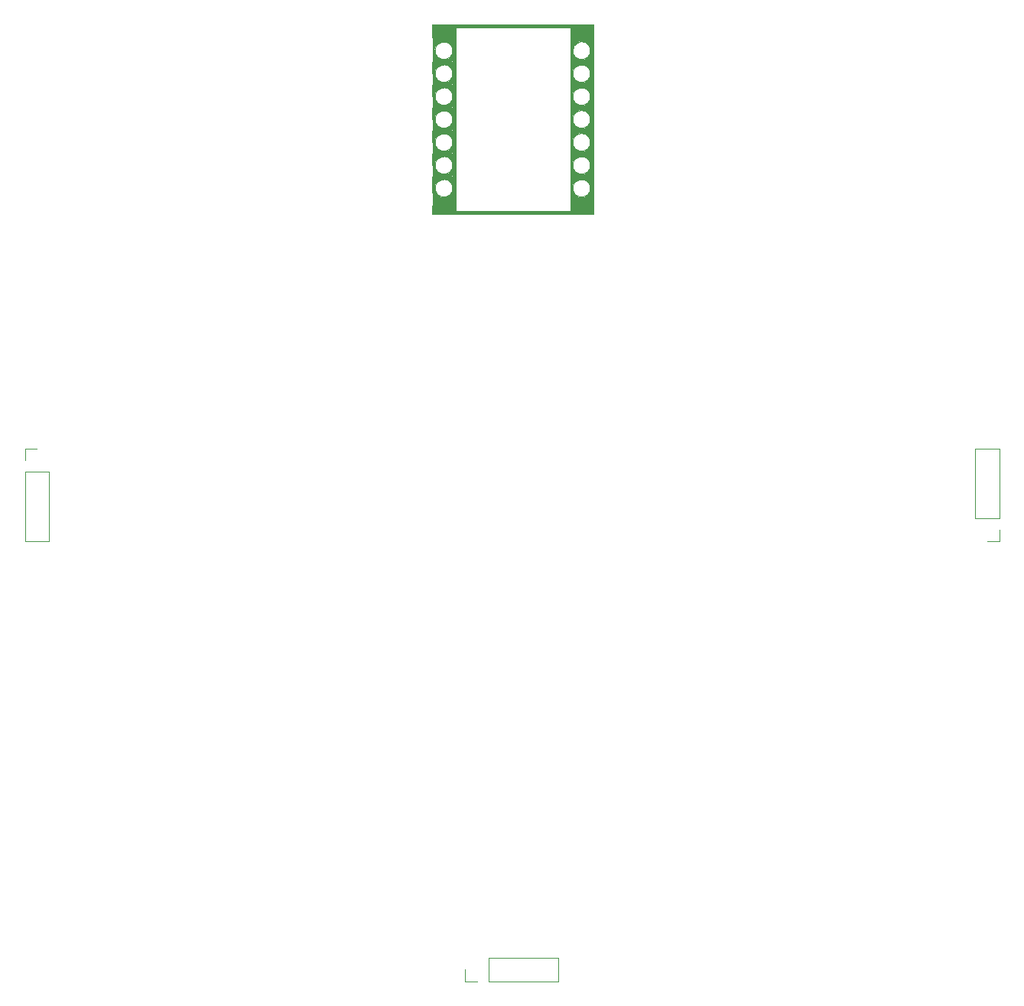
<source format=gbr>
%TF.GenerationSoftware,KiCad,Pcbnew,7.0.9*%
%TF.CreationDate,2024-06-22T14:18:39+09:00*%
%TF.ProjectId,Center_Line,43656e74-6572-45f4-9c69-6e652e6b6963,rev?*%
%TF.SameCoordinates,PX914aa10PY60e6338*%
%TF.FileFunction,Legend,Top*%
%TF.FilePolarity,Positive*%
%FSLAX46Y46*%
G04 Gerber Fmt 4.6, Leading zero omitted, Abs format (unit mm)*
G04 Created by KiCad (PCBNEW 7.0.9) date 2024-06-22 14:18:39*
%MOMM*%
%LPD*%
G01*
G04 APERTURE LIST*
%ADD10C,0.120000*%
%ADD11C,0.100000*%
G04 APERTURE END LIST*
D10*
%TO.C,J4*%
X-5155400Y-53927200D02*
X-5155400Y-52597200D01*
X-3825400Y-53927200D02*
X-5155400Y-53927200D01*
X-2555400Y-53927200D02*
X5124600Y-53927200D01*
X-2555400Y-53927200D02*
X-2555400Y-51267200D01*
X5124600Y-53927200D02*
X5124600Y-51267200D01*
X-2555400Y-51267200D02*
X5124600Y-51267200D01*
%TO.C,J3*%
X53958800Y-5200000D02*
X52628800Y-5200000D01*
X53958800Y-3870000D02*
X53958800Y-5200000D01*
X53958800Y-2600000D02*
X53958800Y5080000D01*
X53958800Y-2600000D02*
X51298800Y-2600000D01*
X53958800Y5080000D02*
X51298800Y5080000D01*
X51298800Y-2600000D02*
X51298800Y5080000D01*
%TO.C,U2*%
X-8788400Y52076200D02*
X8991600Y52076200D01*
X-8788400Y31070400D02*
X-8788400Y52076200D01*
X-6248400Y31070400D02*
X-6248400Y52076200D01*
X6451600Y52050800D02*
X6451600Y31083100D01*
D11*
X6451600Y31083100D02*
X-6260139Y31064929D01*
D10*
X8991600Y52076200D02*
X8991600Y31070400D01*
X8991600Y31070400D02*
X-8788400Y31070400D01*
D11*
X6426200Y51771400D02*
X-6248400Y51771400D01*
X-6248400Y51771400D02*
X-6248400Y52063500D01*
X-6248400Y52063500D02*
X6426200Y52063500D01*
X6426200Y52063500D02*
X6426200Y51771400D01*
X6451600Y31083100D02*
X-6223000Y31083100D01*
X-6223000Y31083100D02*
X-6223000Y31375200D01*
X-6223000Y31375200D02*
X6451600Y31375200D01*
X6451600Y31375200D02*
X6451600Y31083100D01*
X-6552866Y49180266D02*
G75*
G03*
X-6552866Y49180266I-965534J0D01*
G01*
X-6552866Y46640266D02*
G75*
G03*
X-6552866Y46640266I-965534J0D01*
G01*
X-6552866Y44100266D02*
G75*
G03*
X-6552866Y44100266I-965534J0D01*
G01*
X-6552866Y41560266D02*
G75*
G03*
X-6552866Y41560266I-965534J0D01*
G01*
X-6552866Y39020266D02*
G75*
G03*
X-6552866Y39020266I-965534J0D01*
G01*
X-6552866Y36480266D02*
G75*
G03*
X-6552866Y36480266I-965534J0D01*
G01*
X-6552866Y33940266D02*
G75*
G03*
X-6552866Y33940266I-965534J0D01*
G01*
X8687134Y49180266D02*
G75*
G03*
X8687134Y49180266I-965534J0D01*
G01*
X8687134Y46640266D02*
G75*
G03*
X8687134Y46640266I-965534J0D01*
G01*
X8687134Y44100266D02*
G75*
G03*
X8687134Y44100266I-965534J0D01*
G01*
X8687134Y41560266D02*
G75*
G03*
X8687134Y41560266I-965534J0D01*
G01*
X8687134Y39020266D02*
G75*
G03*
X8687134Y39020266I-965534J0D01*
G01*
X8687134Y33940600D02*
G75*
G03*
X8687134Y33940600I-965534J0D01*
G01*
X8687468Y36480600D02*
G75*
G03*
X8687468Y36480600I-965534J0D01*
G01*
X6426200Y52063500D02*
X6426200Y51771400D01*
X-6248400Y51771400D01*
X-6260139Y52070729D01*
X6426200Y52063500D01*
G36*
X6426200Y52063500D02*
G01*
X6426200Y51771400D01*
X-6248400Y51771400D01*
X-6260139Y52070729D01*
X6426200Y52063500D01*
G37*
X6451600Y31083100D02*
X-6223000Y31083100D01*
X-6223000Y31375200D01*
X6451600Y31375200D01*
X6451600Y31083100D01*
G36*
X6451600Y31083100D02*
G01*
X-6223000Y31083100D01*
X-6223000Y31375200D01*
X6451600Y31375200D01*
X6451600Y31083100D01*
G37*
X-8495673Y33934795D02*
X-8495339Y33706529D01*
X-8419139Y33503329D01*
X-8342939Y33350929D01*
X-8088939Y33122329D01*
X-7885739Y32969929D01*
X-8774739Y32969929D01*
X-8800139Y33935129D01*
X-8495673Y33934795D01*
G36*
X-8495673Y33934795D02*
G01*
X-8495339Y33706529D01*
X-8419139Y33503329D01*
X-8342939Y33350929D01*
X-8088939Y33122329D01*
X-7885739Y32969929D01*
X-8774739Y32969929D01*
X-8800139Y33935129D01*
X-8495673Y33934795D01*
G37*
X6756066Y33940266D02*
X6756400Y33712000D01*
X6832600Y33508800D01*
X6908800Y33356400D01*
X7162800Y33127800D01*
X7366000Y32975400D01*
X6477000Y32975400D01*
X6451600Y33940600D01*
X6756066Y33940266D01*
G36*
X6756066Y33940266D02*
G01*
X6756400Y33712000D01*
X6832600Y33508800D01*
X6908800Y33356400D01*
X7162800Y33127800D01*
X7366000Y32975400D01*
X6477000Y32975400D01*
X6451600Y33940600D01*
X6756066Y33940266D01*
G37*
X-8495673Y44120195D02*
X-8495339Y43891929D01*
X-8393739Y43612529D01*
X-8190539Y43358529D01*
X-7758739Y43129929D01*
X-7276139Y43129929D01*
X-6895139Y43333129D01*
X-6564939Y43790329D01*
X-6590339Y41986929D01*
X-6945939Y42418729D01*
X-7403139Y42545729D01*
X-7733339Y42545729D01*
X-8139739Y42367929D01*
X-8342939Y42164729D01*
X-8469939Y41910729D01*
X-8495673Y41580195D01*
X-8800139Y41580529D01*
X-8774739Y44120529D01*
X-8495673Y44120195D01*
G36*
X-8495673Y44120195D02*
G01*
X-8495339Y43891929D01*
X-8393739Y43612529D01*
X-8190539Y43358529D01*
X-7758739Y43129929D01*
X-7276139Y43129929D01*
X-6895139Y43333129D01*
X-6564939Y43790329D01*
X-6590339Y41986929D01*
X-6945939Y42418729D01*
X-7403139Y42545729D01*
X-7733339Y42545729D01*
X-8139739Y42367929D01*
X-8342939Y42164729D01*
X-8469939Y41910729D01*
X-8495673Y41580195D01*
X-8800139Y41580529D01*
X-8774739Y44120529D01*
X-8495673Y44120195D01*
G37*
X-8495673Y49174795D02*
X-8495339Y48946529D01*
X-8393739Y48667129D01*
X-8190539Y48413129D01*
X-7758739Y48184529D01*
X-7276139Y48184529D01*
X-6895139Y48387729D01*
X-6564939Y48844929D01*
X-6590339Y47041529D01*
X-6590339Y47066929D01*
X-6945939Y47498729D01*
X-7403139Y47656600D01*
X-7733339Y47625729D01*
X-8139739Y47447929D01*
X-8342939Y47219329D01*
X-8469939Y46965329D01*
X-8495673Y46634795D01*
X-8800139Y46635129D01*
X-8774739Y49175129D01*
X-8495673Y49174795D01*
G36*
X-8495673Y49174795D02*
G01*
X-8495339Y48946529D01*
X-8393739Y48667129D01*
X-8190539Y48413129D01*
X-7758739Y48184529D01*
X-7276139Y48184529D01*
X-6895139Y48387729D01*
X-6564939Y48844929D01*
X-6590339Y47041529D01*
X-6590339Y47066929D01*
X-6945939Y47498729D01*
X-7403139Y47656600D01*
X-7733339Y47625729D01*
X-8139739Y47447929D01*
X-8342939Y47219329D01*
X-8469939Y46965329D01*
X-8495673Y46634795D01*
X-8800139Y46635129D01*
X-8774739Y49175129D01*
X-8495673Y49174795D01*
G37*
X-8495673Y46634795D02*
X-8495339Y46406529D01*
X-8393739Y46127129D01*
X-8190539Y45873129D01*
X-7758739Y45644529D01*
X-7276139Y45644529D01*
X-6895139Y45847729D01*
X-6564939Y46304929D01*
X-6590339Y44501529D01*
X-6590339Y44552329D01*
X-6945939Y44984129D01*
X-7391400Y45091200D01*
X-7758739Y45085729D01*
X-8165139Y44907929D01*
X-8342939Y44679329D01*
X-8469939Y44425329D01*
X-8495673Y44094795D01*
X-8800139Y44095129D01*
X-8774739Y46635129D01*
X-8495673Y46634795D01*
G36*
X-8495673Y46634795D02*
G01*
X-8495339Y46406529D01*
X-8393739Y46127129D01*
X-8190539Y45873129D01*
X-7758739Y45644529D01*
X-7276139Y45644529D01*
X-6895139Y45847729D01*
X-6564939Y46304929D01*
X-6590339Y44501529D01*
X-6590339Y44552329D01*
X-6945939Y44984129D01*
X-7391400Y45091200D01*
X-7758739Y45085729D01*
X-8165139Y44907929D01*
X-8342939Y44679329D01*
X-8469939Y44425329D01*
X-8495673Y44094795D01*
X-8800139Y44095129D01*
X-8774739Y46635129D01*
X-8495673Y46634795D01*
G37*
X-8495673Y41580195D02*
X-8495339Y41351929D01*
X-8393739Y41072529D01*
X-8190539Y40818529D01*
X-7758739Y40589929D01*
X-7276139Y40589929D01*
X-6895139Y40793129D01*
X-6564939Y41250329D01*
X-6590339Y39446929D01*
X-6615739Y39472329D01*
X-6971339Y39904129D01*
X-7403139Y40005729D01*
X-7733339Y40005729D01*
X-8139739Y39827929D01*
X-8342939Y39624729D01*
X-8469939Y39370729D01*
X-8495673Y39040195D01*
X-8800139Y39040529D01*
X-8774739Y41580529D01*
X-8495673Y41580195D01*
G36*
X-8495673Y41580195D02*
G01*
X-8495339Y41351929D01*
X-8393739Y41072529D01*
X-8190539Y40818529D01*
X-7758739Y40589929D01*
X-7276139Y40589929D01*
X-6895139Y40793129D01*
X-6564939Y41250329D01*
X-6590339Y39446929D01*
X-6615739Y39472329D01*
X-6971339Y39904129D01*
X-7403139Y40005729D01*
X-7733339Y40005729D01*
X-8139739Y39827929D01*
X-8342939Y39624729D01*
X-8469939Y39370729D01*
X-8495673Y39040195D01*
X-8800139Y39040529D01*
X-8774739Y41580529D01*
X-8495673Y41580195D01*
G37*
X-8495673Y39014795D02*
X-8495339Y38786529D01*
X-8393739Y38507129D01*
X-8190539Y38253129D01*
X-7758739Y38024529D01*
X-7276139Y38024529D01*
X-6895139Y38227729D01*
X-6564939Y38684929D01*
X-6590339Y36881529D01*
X-6590339Y36906929D01*
X-6945939Y37338729D01*
X-7403139Y37496600D01*
X-7758739Y37465729D01*
X-8165139Y37287929D01*
X-8342939Y37059329D01*
X-8469939Y36805329D01*
X-8495673Y36474795D01*
X-8800139Y36475129D01*
X-8774739Y39015129D01*
X-8495673Y39014795D01*
G36*
X-8495673Y39014795D02*
G01*
X-8495339Y38786529D01*
X-8393739Y38507129D01*
X-8190539Y38253129D01*
X-7758739Y38024529D01*
X-7276139Y38024529D01*
X-6895139Y38227729D01*
X-6564939Y38684929D01*
X-6590339Y36881529D01*
X-6590339Y36906929D01*
X-6945939Y37338729D01*
X-7403139Y37496600D01*
X-7758739Y37465729D01*
X-8165139Y37287929D01*
X-8342939Y37059329D01*
X-8469939Y36805329D01*
X-8495673Y36474795D01*
X-8800139Y36475129D01*
X-8774739Y39015129D01*
X-8495673Y39014795D01*
G37*
X-8495673Y36474795D02*
X-8495339Y36246529D01*
X-8393739Y35967129D01*
X-8190539Y35713129D01*
X-7758739Y35484529D01*
X-7276139Y35484529D01*
X-6895139Y35687729D01*
X-6564939Y36144929D01*
X-6590339Y34341529D01*
X-6590339Y34366929D01*
X-6945939Y34798729D01*
X-7403139Y34931200D01*
X-7758739Y34925729D01*
X-8165139Y34747929D01*
X-8342939Y34519329D01*
X-8469939Y34265329D01*
X-8495673Y33934795D01*
X-8800139Y33935129D01*
X-8774739Y36475129D01*
X-8495673Y36474795D01*
G36*
X-8495673Y36474795D02*
G01*
X-8495339Y36246529D01*
X-8393739Y35967129D01*
X-8190539Y35713129D01*
X-7758739Y35484529D01*
X-7276139Y35484529D01*
X-6895139Y35687729D01*
X-6564939Y36144929D01*
X-6590339Y34341529D01*
X-6590339Y34366929D01*
X-6945939Y34798729D01*
X-7403139Y34931200D01*
X-7758739Y34925729D01*
X-8165139Y34747929D01*
X-8342939Y34519329D01*
X-8469939Y34265329D01*
X-8495673Y33934795D01*
X-8800139Y33935129D01*
X-8774739Y36475129D01*
X-8495673Y36474795D01*
G37*
X6756066Y49180266D02*
X6756400Y48952000D01*
X6858000Y48672600D01*
X7061200Y48418600D01*
X7493000Y48190000D01*
X7975600Y48190000D01*
X8356600Y48393200D01*
X8686800Y48850400D01*
X8661400Y47047000D01*
X8636000Y47047000D01*
X8280400Y47478800D01*
X7848600Y47605800D01*
X7518400Y47605800D01*
X7112000Y47428000D01*
X6908800Y47224800D01*
X6781800Y46970800D01*
X6756066Y46640266D01*
X6451600Y46640600D01*
X6477000Y49180600D01*
X6756066Y49180266D01*
G36*
X6756066Y49180266D02*
G01*
X6756400Y48952000D01*
X6858000Y48672600D01*
X7061200Y48418600D01*
X7493000Y48190000D01*
X7975600Y48190000D01*
X8356600Y48393200D01*
X8686800Y48850400D01*
X8661400Y47047000D01*
X8636000Y47047000D01*
X8280400Y47478800D01*
X7848600Y47605800D01*
X7518400Y47605800D01*
X7112000Y47428000D01*
X6908800Y47224800D01*
X6781800Y46970800D01*
X6756066Y46640266D01*
X6451600Y46640600D01*
X6477000Y49180600D01*
X6756066Y49180266D01*
G37*
X6756066Y46640266D02*
X6756400Y46412000D01*
X6858000Y46132600D01*
X7061200Y45878600D01*
X7493000Y45650000D01*
X7975600Y45650000D01*
X8356600Y45853200D01*
X8686800Y46310400D01*
X8661400Y44507000D01*
X8636000Y44507000D01*
X8280400Y44938800D01*
X7848600Y45065800D01*
X7518400Y45065800D01*
X7112000Y44888000D01*
X6908800Y44684800D01*
X6781800Y44430800D01*
X6756066Y44100266D01*
X6451600Y44100600D01*
X6477000Y46640600D01*
X6756066Y46640266D01*
G36*
X6756066Y46640266D02*
G01*
X6756400Y46412000D01*
X6858000Y46132600D01*
X7061200Y45878600D01*
X7493000Y45650000D01*
X7975600Y45650000D01*
X8356600Y45853200D01*
X8686800Y46310400D01*
X8661400Y44507000D01*
X8636000Y44507000D01*
X8280400Y44938800D01*
X7848600Y45065800D01*
X7518400Y45065800D01*
X7112000Y44888000D01*
X6908800Y44684800D01*
X6781800Y44430800D01*
X6756066Y44100266D01*
X6451600Y44100600D01*
X6477000Y46640600D01*
X6756066Y46640266D01*
G37*
X6756066Y44125666D02*
X6756400Y43897400D01*
X6858000Y43618000D01*
X7061200Y43364000D01*
X7493000Y43135400D01*
X7975600Y43135400D01*
X8356600Y43338600D01*
X8686800Y43795800D01*
X8661400Y41992400D01*
X8636000Y41992400D01*
X8280400Y42424200D01*
X7848600Y42551200D01*
X7518400Y42551200D01*
X7112000Y42373400D01*
X6908800Y42170200D01*
X6781800Y41916200D01*
X6756066Y41585666D01*
X6451600Y41586000D01*
X6477000Y44126000D01*
X6756066Y44125666D01*
G36*
X6756066Y44125666D02*
G01*
X6756400Y43897400D01*
X6858000Y43618000D01*
X7061200Y43364000D01*
X7493000Y43135400D01*
X7975600Y43135400D01*
X8356600Y43338600D01*
X8686800Y43795800D01*
X8661400Y41992400D01*
X8636000Y41992400D01*
X8280400Y42424200D01*
X7848600Y42551200D01*
X7518400Y42551200D01*
X7112000Y42373400D01*
X6908800Y42170200D01*
X6781800Y41916200D01*
X6756066Y41585666D01*
X6451600Y41586000D01*
X6477000Y44126000D01*
X6756066Y44125666D01*
G37*
X6756066Y41585666D02*
X6756400Y41357400D01*
X6858000Y41078000D01*
X7061200Y40824000D01*
X7493000Y40595400D01*
X7975600Y40595400D01*
X8356600Y40798600D01*
X8686800Y41255800D01*
X8661400Y39452400D01*
X8636000Y39452400D01*
X8280400Y39884200D01*
X7848600Y40011200D01*
X7518400Y40011200D01*
X7112000Y39833400D01*
X6908800Y39630200D01*
X6781800Y39376200D01*
X6756066Y39045666D01*
X6451600Y39046000D01*
X6477000Y41586000D01*
X6756066Y41585666D01*
G36*
X6756066Y41585666D02*
G01*
X6756400Y41357400D01*
X6858000Y41078000D01*
X7061200Y40824000D01*
X7493000Y40595400D01*
X7975600Y40595400D01*
X8356600Y40798600D01*
X8686800Y41255800D01*
X8661400Y39452400D01*
X8636000Y39452400D01*
X8280400Y39884200D01*
X7848600Y40011200D01*
X7518400Y40011200D01*
X7112000Y39833400D01*
X6908800Y39630200D01*
X6781800Y39376200D01*
X6756066Y39045666D01*
X6451600Y39046000D01*
X6477000Y41586000D01*
X6756066Y41585666D01*
G37*
X6756066Y39020266D02*
X6756400Y38792000D01*
X6858000Y38512600D01*
X7061200Y38258600D01*
X7493000Y38030000D01*
X7975600Y38030000D01*
X8356600Y38233200D01*
X8686800Y38690400D01*
X8661400Y36887000D01*
X8636000Y36887000D01*
X8280400Y37318800D01*
X7848600Y37445800D01*
X7518400Y37445800D01*
X7112000Y37268000D01*
X6908800Y37064800D01*
X6781800Y36810800D01*
X6756066Y36480266D01*
X6451600Y36480600D01*
X6477000Y39020600D01*
X6756066Y39020266D01*
G36*
X6756066Y39020266D02*
G01*
X6756400Y38792000D01*
X6858000Y38512600D01*
X7061200Y38258600D01*
X7493000Y38030000D01*
X7975600Y38030000D01*
X8356600Y38233200D01*
X8686800Y38690400D01*
X8661400Y36887000D01*
X8636000Y36887000D01*
X8280400Y37318800D01*
X7848600Y37445800D01*
X7518400Y37445800D01*
X7112000Y37268000D01*
X6908800Y37064800D01*
X6781800Y36810800D01*
X6756066Y36480266D01*
X6451600Y36480600D01*
X6477000Y39020600D01*
X6756066Y39020266D01*
G37*
X6756066Y36480266D02*
X6756400Y36252000D01*
X6858000Y35972600D01*
X7061200Y35718600D01*
X7493000Y35490000D01*
X7975600Y35490000D01*
X8356600Y35693200D01*
X8686800Y36150400D01*
X8661400Y34347000D01*
X8636000Y34347000D01*
X8280400Y34778800D01*
X7848600Y34905800D01*
X7518400Y34905800D01*
X7112000Y34728000D01*
X6908800Y34524800D01*
X6781800Y34270800D01*
X6756066Y33940266D01*
X6451600Y33940600D01*
X6477000Y36480600D01*
X6756066Y36480266D01*
G36*
X6756066Y36480266D02*
G01*
X6756400Y36252000D01*
X6858000Y35972600D01*
X7061200Y35718600D01*
X7493000Y35490000D01*
X7975600Y35490000D01*
X8356600Y35693200D01*
X8686800Y36150400D01*
X8661400Y34347000D01*
X8636000Y34347000D01*
X8280400Y34778800D01*
X7848600Y34905800D01*
X7518400Y34905800D01*
X7112000Y34728000D01*
X6908800Y34524800D01*
X6781800Y34270800D01*
X6756066Y33940266D01*
X6451600Y33940600D01*
X6477000Y36480600D01*
X6756066Y36480266D01*
G37*
X-6260139Y52070729D02*
X-6260139Y31064929D01*
X-8800139Y31077629D01*
X-8774739Y32969929D01*
X-7530139Y32969595D01*
X-7276139Y32969929D01*
X-6869739Y33173129D01*
X-6590339Y33554129D01*
X-6539205Y33935129D01*
X-6564271Y36475129D01*
X-6564605Y39014795D01*
X-6564605Y46634795D01*
X-6539539Y49022729D01*
X-6539539Y49505329D01*
X-6844339Y49987929D01*
X-7276139Y50165729D01*
X-7758739Y50165729D01*
X-8114339Y49962529D01*
X-8444539Y49683129D01*
X-8546473Y49174795D01*
X-8774739Y49175129D01*
X-8800139Y52083429D01*
X-6260139Y52070729D01*
G36*
X-6260139Y52070729D02*
G01*
X-6260139Y31064929D01*
X-8800139Y31077629D01*
X-8774739Y32969929D01*
X-7530139Y32969595D01*
X-7276139Y32969929D01*
X-6869739Y33173129D01*
X-6590339Y33554129D01*
X-6539205Y33935129D01*
X-6564271Y36475129D01*
X-6564605Y39014795D01*
X-6564605Y46634795D01*
X-6539539Y49022729D01*
X-6539539Y49505329D01*
X-6844339Y49987929D01*
X-7276139Y50165729D01*
X-7758739Y50165729D01*
X-8114339Y49962529D01*
X-8444539Y49683129D01*
X-8546473Y49174795D01*
X-8774739Y49175129D01*
X-8800139Y52083429D01*
X-6260139Y52070729D01*
G37*
X8991600Y31070400D02*
X6451600Y31083100D01*
X6477000Y32975400D01*
X7721600Y32975066D01*
X7975600Y32975400D01*
X8382000Y33178600D01*
X8636000Y33559600D01*
X8687134Y33940600D01*
X8687468Y36480600D01*
X8687134Y39020266D01*
X8687134Y46640266D01*
X8712200Y49028200D01*
X8686800Y49460000D01*
X8382000Y49942600D01*
X7975600Y50171200D01*
X7493000Y50171200D01*
X7137400Y49968000D01*
X6807200Y49688600D01*
X6705266Y49180266D01*
X6477000Y49180600D01*
X6451600Y52050800D01*
X8991600Y52076200D01*
X8991600Y31070400D01*
G36*
X8991600Y31070400D02*
G01*
X6451600Y31083100D01*
X6477000Y32975400D01*
X7721600Y32975066D01*
X7975600Y32975400D01*
X8382000Y33178600D01*
X8636000Y33559600D01*
X8687134Y33940600D01*
X8687468Y36480600D01*
X8687134Y39020266D01*
X8687134Y46640266D01*
X8712200Y49028200D01*
X8686800Y49460000D01*
X8382000Y49942600D01*
X7975600Y50171200D01*
X7493000Y50171200D01*
X7137400Y49968000D01*
X6807200Y49688600D01*
X6705266Y49180266D01*
X6477000Y49180600D01*
X6451600Y52050800D01*
X8991600Y52076200D01*
X8991600Y31070400D01*
G37*
D10*
%TO.C,J2*%
X-53908000Y5120800D02*
X-52578000Y5120800D01*
X-53908000Y3790800D02*
X-53908000Y5120800D01*
X-53908000Y2520800D02*
X-53908000Y-5159200D01*
X-53908000Y2520800D02*
X-51248000Y2520800D01*
X-53908000Y-5159200D02*
X-51248000Y-5159200D01*
X-51248000Y2520800D02*
X-51248000Y-5159200D01*
%TD*%
M02*

</source>
